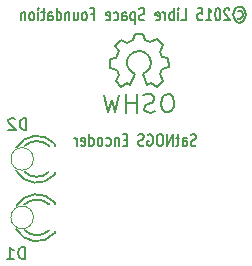
<source format=gbr>
G04 #@! TF.FileFunction,Legend,Bot*
%FSLAX46Y46*%
G04 Gerber Fmt 4.6, Leading zero omitted, Abs format (unit mm)*
G04 Created by KiCad (PCBNEW 0.201509101502+6177~30~ubuntu14.04.1-product) date Παρ 18 Σεπ 2015 07:16:07 μμ EEST*
%MOMM*%
G01*
G04 APERTURE LIST*
%ADD10C,0.100000*%
%ADD11C,0.150000*%
G04 APERTURE END LIST*
D10*
D11*
X147302220Y-101495860D02*
X146941540Y-102966520D01*
X146941540Y-102966520D02*
X146662140Y-101904800D01*
X146662140Y-101904800D02*
X146352260Y-102976680D01*
X146352260Y-102976680D02*
X146011900Y-101526340D01*
X148722080Y-102186740D02*
X147932140Y-102176580D01*
X147932140Y-102176580D02*
X147921980Y-102186740D01*
X147921980Y-102186740D02*
X147921980Y-102176580D01*
X147881340Y-101465380D02*
X147881340Y-103007160D01*
X148770340Y-101455220D02*
X148770340Y-103024940D01*
X148770340Y-103024940D02*
X148760180Y-103014780D01*
X149321520Y-101556820D02*
X149672040Y-101475540D01*
X149672040Y-101475540D02*
X149992080Y-101465380D01*
X149992080Y-101465380D02*
X150230840Y-101666040D01*
X150230840Y-101666040D02*
X150261320Y-101935280D01*
X150261320Y-101935280D02*
X150020020Y-102176580D01*
X150020020Y-102176580D02*
X149631400Y-102306120D01*
X149631400Y-102306120D02*
X149451060Y-102466140D01*
X149451060Y-102466140D02*
X149410420Y-102765860D01*
X149410420Y-102765860D02*
X149641560Y-102986840D01*
X149641560Y-102986840D02*
X149961600Y-103014780D01*
X149961600Y-103014780D02*
X150312120Y-102905560D01*
X151350980Y-101455220D02*
X151599900Y-101475540D01*
X151599900Y-101475540D02*
X151841200Y-101716840D01*
X151841200Y-101716840D02*
X151930100Y-102207060D01*
X151930100Y-102207060D02*
X151902160Y-102555040D01*
X151902160Y-102555040D02*
X151701500Y-102875080D01*
X151701500Y-102875080D02*
X151450040Y-102997000D01*
X151450040Y-102997000D02*
X151140160Y-102925880D01*
X151140160Y-102925880D02*
X150921720Y-102745540D01*
X150921720Y-102745540D02*
X150850600Y-102285800D01*
X150850600Y-102285800D02*
X150901400Y-101876860D01*
X150901400Y-101876860D02*
X151010620Y-101594920D01*
X151010620Y-101594920D02*
X151371300Y-101465380D01*
X150751540Y-99735640D02*
X151010620Y-100296980D01*
X151010620Y-100296980D02*
X150472140Y-100815140D01*
X150472140Y-100815140D02*
X149951440Y-100545900D01*
X149951440Y-100545900D02*
X149672040Y-100705920D01*
X148231860Y-100685600D02*
X147901660Y-100495100D01*
X147901660Y-100495100D02*
X147462240Y-100825300D01*
X147462240Y-100825300D02*
X146989800Y-100335080D01*
X146989800Y-100335080D02*
X147271740Y-99855020D01*
X147271740Y-99855020D02*
X147081240Y-99385120D01*
X147081240Y-99385120D02*
X146471640Y-99197160D01*
X146471640Y-99197160D02*
X146471640Y-98516440D01*
X146471640Y-98516440D02*
X147030440Y-98376740D01*
X147030440Y-98376740D02*
X147231100Y-97805240D01*
X147231100Y-97805240D02*
X146961860Y-97335340D01*
X146961860Y-97335340D02*
X147431760Y-96824800D01*
X147431760Y-96824800D02*
X147949920Y-97086420D01*
X147949920Y-97086420D02*
X148419820Y-96885760D01*
X148419820Y-96885760D02*
X148590000Y-96344740D01*
X148590000Y-96344740D02*
X149280880Y-96326960D01*
X149280880Y-96326960D02*
X149491700Y-96875600D01*
X149491700Y-96875600D02*
X149910800Y-97045780D01*
X149910800Y-97045780D02*
X150461980Y-96776540D01*
X150461980Y-96776540D02*
X150980140Y-97304860D01*
X150980140Y-97304860D02*
X150731220Y-97845880D01*
X150731220Y-97845880D02*
X150901400Y-98325940D01*
X150901400Y-98325940D02*
X151450040Y-98425000D01*
X151450040Y-98425000D02*
X151460200Y-99126040D01*
X151460200Y-99126040D02*
X150901400Y-99326700D01*
X150901400Y-99326700D02*
X150761700Y-99725480D01*
X148620480Y-99705160D02*
X148320760Y-99555300D01*
X148320760Y-99555300D02*
X148120100Y-99357180D01*
X148120100Y-99357180D02*
X147970240Y-98955860D01*
X147970240Y-98955860D02*
X147970240Y-98557080D01*
X147970240Y-98557080D02*
X148120100Y-98206560D01*
X148120100Y-98206560D02*
X148572220Y-97856040D01*
X148572220Y-97856040D02*
X149021800Y-97805240D01*
X149021800Y-97805240D02*
X149420580Y-97906840D01*
X149420580Y-97906840D02*
X149821900Y-98254820D01*
X149821900Y-98254820D02*
X149971760Y-98706940D01*
X149971760Y-98706940D02*
X149920960Y-99204780D01*
X149920960Y-99204780D02*
X149672040Y-99507040D01*
X149672040Y-99507040D02*
X149321520Y-99705160D01*
X149321520Y-99705160D02*
X149672040Y-100705920D01*
X148620480Y-99705160D02*
X148221700Y-100705920D01*
X141804000Y-108248000D02*
X141804000Y-108048000D01*
X141804000Y-105654000D02*
X141804000Y-105834000D01*
X138576256Y-105964357D02*
G75*
G02X141804000Y-105648000I1727744J-1003643D01*
G01*
X139251994Y-105834932D02*
G75*
G02X141355000Y-105834000I1052006J-1133068D01*
G01*
X141791220Y-108274726D02*
G75*
G02X138554000Y-107928000I-1497220J1306726D01*
G01*
X141317889Y-108047253D02*
G75*
G02X139270000Y-108028000I-1013889J1079253D01*
G01*
X141804000Y-113201000D02*
X141804000Y-113001000D01*
X141804000Y-110607000D02*
X141804000Y-110787000D01*
X138576256Y-110917357D02*
G75*
G02X141804000Y-110601000I1727744J-1003643D01*
G01*
X139251994Y-110787932D02*
G75*
G02X141355000Y-110787000I1052006J-1133068D01*
G01*
X141791220Y-113227726D02*
G75*
G02X138554000Y-112881000I-1497220J1306726D01*
G01*
X141317889Y-113000253D02*
G75*
G02X139270000Y-112981000I-1013889J1079253D01*
G01*
D10*
X140015000Y-106934000D02*
G75*
G03X140015000Y-106934000I-950000J0D01*
G01*
X140015000Y-111887000D02*
G75*
G03X140015000Y-111887000I-950000J0D01*
G01*
D11*
X157301098Y-94432476D02*
X157377288Y-94384857D01*
X157529669Y-94384857D01*
X157605860Y-94432476D01*
X157682050Y-94527714D01*
X157720145Y-94622952D01*
X157720145Y-94813429D01*
X157682050Y-94908667D01*
X157605860Y-95003905D01*
X157529669Y-95051524D01*
X157377288Y-95051524D01*
X157301098Y-95003905D01*
X157453479Y-94051524D02*
X157643955Y-94099143D01*
X157834431Y-94242000D01*
X157948717Y-94480095D01*
X157986812Y-94718190D01*
X157948717Y-94956286D01*
X157834431Y-95194381D01*
X157643955Y-95337238D01*
X157453479Y-95384857D01*
X157263003Y-95337238D01*
X157072526Y-95194381D01*
X156958241Y-94956286D01*
X156920145Y-94718190D01*
X156958241Y-94480095D01*
X157072526Y-94242000D01*
X157263003Y-94099143D01*
X157453479Y-94051524D01*
X156615383Y-94289619D02*
X156577288Y-94242000D01*
X156501097Y-94194381D01*
X156310621Y-94194381D01*
X156234431Y-94242000D01*
X156196335Y-94289619D01*
X156158240Y-94384857D01*
X156158240Y-94480095D01*
X156196335Y-94622952D01*
X156653478Y-95194381D01*
X156158240Y-95194381D01*
X155663002Y-94194381D02*
X155586811Y-94194381D01*
X155510621Y-94242000D01*
X155472526Y-94289619D01*
X155434430Y-94384857D01*
X155396335Y-94575333D01*
X155396335Y-94813429D01*
X155434430Y-95003905D01*
X155472526Y-95099143D01*
X155510621Y-95146762D01*
X155586811Y-95194381D01*
X155663002Y-95194381D01*
X155739192Y-95146762D01*
X155777288Y-95099143D01*
X155815383Y-95003905D01*
X155853478Y-94813429D01*
X155853478Y-94575333D01*
X155815383Y-94384857D01*
X155777288Y-94289619D01*
X155739192Y-94242000D01*
X155663002Y-94194381D01*
X154634430Y-95194381D02*
X155091573Y-95194381D01*
X154863002Y-95194381D02*
X154863002Y-94194381D01*
X154939192Y-94337238D01*
X155015383Y-94432476D01*
X155091573Y-94480095D01*
X153910620Y-94194381D02*
X154291573Y-94194381D01*
X154329668Y-94670571D01*
X154291573Y-94622952D01*
X154215382Y-94575333D01*
X154024906Y-94575333D01*
X153948716Y-94622952D01*
X153910620Y-94670571D01*
X153872525Y-94765810D01*
X153872525Y-95003905D01*
X153910620Y-95099143D01*
X153948716Y-95146762D01*
X154024906Y-95194381D01*
X154215382Y-95194381D01*
X154291573Y-95146762D01*
X154329668Y-95099143D01*
X152539191Y-95194381D02*
X152920144Y-95194381D01*
X152920144Y-94194381D01*
X152272525Y-95194381D02*
X152272525Y-94527714D01*
X152272525Y-94194381D02*
X152310620Y-94242000D01*
X152272525Y-94289619D01*
X152234430Y-94242000D01*
X152272525Y-94194381D01*
X152272525Y-94289619D01*
X151891573Y-95194381D02*
X151891573Y-94194381D01*
X151891573Y-94575333D02*
X151815382Y-94527714D01*
X151663001Y-94527714D01*
X151586811Y-94575333D01*
X151548716Y-94622952D01*
X151510620Y-94718190D01*
X151510620Y-95003905D01*
X151548716Y-95099143D01*
X151586811Y-95146762D01*
X151663001Y-95194381D01*
X151815382Y-95194381D01*
X151891573Y-95146762D01*
X151167763Y-95194381D02*
X151167763Y-94527714D01*
X151167763Y-94718190D02*
X151129668Y-94622952D01*
X151091572Y-94575333D01*
X151015382Y-94527714D01*
X150939191Y-94527714D01*
X150367763Y-95146762D02*
X150443953Y-95194381D01*
X150596334Y-95194381D01*
X150672525Y-95146762D01*
X150710620Y-95051524D01*
X150710620Y-94670571D01*
X150672525Y-94575333D01*
X150596334Y-94527714D01*
X150443953Y-94527714D01*
X150367763Y-94575333D01*
X150329668Y-94670571D01*
X150329668Y-94765810D01*
X150710620Y-94861048D01*
X149415382Y-95146762D02*
X149301096Y-95194381D01*
X149110620Y-95194381D01*
X149034430Y-95146762D01*
X148996334Y-95099143D01*
X148958239Y-95003905D01*
X148958239Y-94908667D01*
X148996334Y-94813429D01*
X149034430Y-94765810D01*
X149110620Y-94718190D01*
X149263001Y-94670571D01*
X149339192Y-94622952D01*
X149377287Y-94575333D01*
X149415382Y-94480095D01*
X149415382Y-94384857D01*
X149377287Y-94289619D01*
X149339192Y-94242000D01*
X149263001Y-94194381D01*
X149072525Y-94194381D01*
X148958239Y-94242000D01*
X148615382Y-94527714D02*
X148615382Y-95527714D01*
X148615382Y-94575333D02*
X148539191Y-94527714D01*
X148386810Y-94527714D01*
X148310620Y-94575333D01*
X148272525Y-94622952D01*
X148234429Y-94718190D01*
X148234429Y-95003905D01*
X148272525Y-95099143D01*
X148310620Y-95146762D01*
X148386810Y-95194381D01*
X148539191Y-95194381D01*
X148615382Y-95146762D01*
X147548715Y-95194381D02*
X147548715Y-94670571D01*
X147586810Y-94575333D01*
X147663000Y-94527714D01*
X147815381Y-94527714D01*
X147891572Y-94575333D01*
X147548715Y-95146762D02*
X147624905Y-95194381D01*
X147815381Y-95194381D01*
X147891572Y-95146762D01*
X147929667Y-95051524D01*
X147929667Y-94956286D01*
X147891572Y-94861048D01*
X147815381Y-94813429D01*
X147624905Y-94813429D01*
X147548715Y-94765810D01*
X146824905Y-95146762D02*
X146901095Y-95194381D01*
X147053476Y-95194381D01*
X147129667Y-95146762D01*
X147167762Y-95099143D01*
X147205857Y-95003905D01*
X147205857Y-94718190D01*
X147167762Y-94622952D01*
X147129667Y-94575333D01*
X147053476Y-94527714D01*
X146901095Y-94527714D01*
X146824905Y-94575333D01*
X146177286Y-95146762D02*
X146253476Y-95194381D01*
X146405857Y-95194381D01*
X146482048Y-95146762D01*
X146520143Y-95051524D01*
X146520143Y-94670571D01*
X146482048Y-94575333D01*
X146405857Y-94527714D01*
X146253476Y-94527714D01*
X146177286Y-94575333D01*
X146139191Y-94670571D01*
X146139191Y-94765810D01*
X146520143Y-94861048D01*
X144920143Y-94670571D02*
X145186810Y-94670571D01*
X145186810Y-95194381D02*
X145186810Y-94194381D01*
X144805857Y-94194381D01*
X144386810Y-95194381D02*
X144463001Y-95146762D01*
X144501096Y-95099143D01*
X144539191Y-95003905D01*
X144539191Y-94718190D01*
X144501096Y-94622952D01*
X144463001Y-94575333D01*
X144386810Y-94527714D01*
X144272524Y-94527714D01*
X144196334Y-94575333D01*
X144158239Y-94622952D01*
X144120143Y-94718190D01*
X144120143Y-95003905D01*
X144158239Y-95099143D01*
X144196334Y-95146762D01*
X144272524Y-95194381D01*
X144386810Y-95194381D01*
X143434429Y-94527714D02*
X143434429Y-95194381D01*
X143777286Y-94527714D02*
X143777286Y-95051524D01*
X143739191Y-95146762D01*
X143663000Y-95194381D01*
X143548714Y-95194381D01*
X143472524Y-95146762D01*
X143434429Y-95099143D01*
X143053476Y-94527714D02*
X143053476Y-95194381D01*
X143053476Y-94622952D02*
X143015381Y-94575333D01*
X142939190Y-94527714D01*
X142824904Y-94527714D01*
X142748714Y-94575333D01*
X142710619Y-94670571D01*
X142710619Y-95194381D01*
X141986809Y-95194381D02*
X141986809Y-94194381D01*
X141986809Y-95146762D02*
X142062999Y-95194381D01*
X142215380Y-95194381D01*
X142291571Y-95146762D01*
X142329666Y-95099143D01*
X142367761Y-95003905D01*
X142367761Y-94718190D01*
X142329666Y-94622952D01*
X142291571Y-94575333D01*
X142215380Y-94527714D01*
X142062999Y-94527714D01*
X141986809Y-94575333D01*
X141262999Y-95194381D02*
X141262999Y-94670571D01*
X141301094Y-94575333D01*
X141377284Y-94527714D01*
X141529665Y-94527714D01*
X141605856Y-94575333D01*
X141262999Y-95146762D02*
X141339189Y-95194381D01*
X141529665Y-95194381D01*
X141605856Y-95146762D01*
X141643951Y-95051524D01*
X141643951Y-94956286D01*
X141605856Y-94861048D01*
X141529665Y-94813429D01*
X141339189Y-94813429D01*
X141262999Y-94765810D01*
X140996332Y-94527714D02*
X140691570Y-94527714D01*
X140882046Y-94194381D02*
X140882046Y-95051524D01*
X140843951Y-95146762D01*
X140767760Y-95194381D01*
X140691570Y-95194381D01*
X140424903Y-95194381D02*
X140424903Y-94527714D01*
X140424903Y-94194381D02*
X140462998Y-94242000D01*
X140424903Y-94289619D01*
X140386808Y-94242000D01*
X140424903Y-94194381D01*
X140424903Y-94289619D01*
X139929665Y-95194381D02*
X140005856Y-95146762D01*
X140043951Y-95099143D01*
X140082046Y-95003905D01*
X140082046Y-94718190D01*
X140043951Y-94622952D01*
X140005856Y-94575333D01*
X139929665Y-94527714D01*
X139815379Y-94527714D01*
X139739189Y-94575333D01*
X139701094Y-94622952D01*
X139662998Y-94718190D01*
X139662998Y-95003905D01*
X139701094Y-95099143D01*
X139739189Y-95146762D01*
X139815379Y-95194381D01*
X139929665Y-95194381D01*
X139320141Y-94527714D02*
X139320141Y-95194381D01*
X139320141Y-94622952D02*
X139282046Y-94575333D01*
X139205855Y-94527714D01*
X139091569Y-94527714D01*
X139015379Y-94575333D01*
X138977284Y-94670571D01*
X138977284Y-95194381D01*
X153784930Y-105771582D02*
X153670644Y-105819201D01*
X153480168Y-105819201D01*
X153403978Y-105771582D01*
X153365882Y-105723963D01*
X153327787Y-105628725D01*
X153327787Y-105533487D01*
X153365882Y-105438249D01*
X153403978Y-105390630D01*
X153480168Y-105343010D01*
X153632549Y-105295391D01*
X153708740Y-105247772D01*
X153746835Y-105200153D01*
X153784930Y-105104915D01*
X153784930Y-105009677D01*
X153746835Y-104914439D01*
X153708740Y-104866820D01*
X153632549Y-104819201D01*
X153442073Y-104819201D01*
X153327787Y-104866820D01*
X152642073Y-105819201D02*
X152642073Y-105295391D01*
X152680168Y-105200153D01*
X152756358Y-105152534D01*
X152908739Y-105152534D01*
X152984930Y-105200153D01*
X152642073Y-105771582D02*
X152718263Y-105819201D01*
X152908739Y-105819201D01*
X152984930Y-105771582D01*
X153023025Y-105676344D01*
X153023025Y-105581106D01*
X152984930Y-105485868D01*
X152908739Y-105438249D01*
X152718263Y-105438249D01*
X152642073Y-105390630D01*
X152375406Y-105152534D02*
X152070644Y-105152534D01*
X152261120Y-104819201D02*
X152261120Y-105676344D01*
X152223025Y-105771582D01*
X152146834Y-105819201D01*
X152070644Y-105819201D01*
X151803977Y-105819201D02*
X151803977Y-104819201D01*
X151346834Y-105819201D01*
X151346834Y-104819201D01*
X150813501Y-104819201D02*
X150661120Y-104819201D01*
X150584929Y-104866820D01*
X150508739Y-104962058D01*
X150470644Y-105152534D01*
X150470644Y-105485868D01*
X150508739Y-105676344D01*
X150584929Y-105771582D01*
X150661120Y-105819201D01*
X150813501Y-105819201D01*
X150889691Y-105771582D01*
X150965882Y-105676344D01*
X151003977Y-105485868D01*
X151003977Y-105152534D01*
X150965882Y-104962058D01*
X150889691Y-104866820D01*
X150813501Y-104819201D01*
X149708739Y-104866820D02*
X149784930Y-104819201D01*
X149899215Y-104819201D01*
X150013501Y-104866820D01*
X150089692Y-104962058D01*
X150127787Y-105057296D01*
X150165882Y-105247772D01*
X150165882Y-105390630D01*
X150127787Y-105581106D01*
X150089692Y-105676344D01*
X150013501Y-105771582D01*
X149899215Y-105819201D01*
X149823025Y-105819201D01*
X149708739Y-105771582D01*
X149670644Y-105723963D01*
X149670644Y-105390630D01*
X149823025Y-105390630D01*
X149365882Y-105771582D02*
X149251596Y-105819201D01*
X149061120Y-105819201D01*
X148984930Y-105771582D01*
X148946834Y-105723963D01*
X148908739Y-105628725D01*
X148908739Y-105533487D01*
X148946834Y-105438249D01*
X148984930Y-105390630D01*
X149061120Y-105343010D01*
X149213501Y-105295391D01*
X149289692Y-105247772D01*
X149327787Y-105200153D01*
X149365882Y-105104915D01*
X149365882Y-105009677D01*
X149327787Y-104914439D01*
X149289692Y-104866820D01*
X149213501Y-104819201D01*
X149023025Y-104819201D01*
X148908739Y-104866820D01*
X147956358Y-105295391D02*
X147689691Y-105295391D01*
X147575405Y-105819201D02*
X147956358Y-105819201D01*
X147956358Y-104819201D01*
X147575405Y-104819201D01*
X147232548Y-105152534D02*
X147232548Y-105819201D01*
X147232548Y-105247772D02*
X147194453Y-105200153D01*
X147118262Y-105152534D01*
X147003976Y-105152534D01*
X146927786Y-105200153D01*
X146889691Y-105295391D01*
X146889691Y-105819201D01*
X146165881Y-105771582D02*
X146242071Y-105819201D01*
X146394452Y-105819201D01*
X146470643Y-105771582D01*
X146508738Y-105723963D01*
X146546833Y-105628725D01*
X146546833Y-105343010D01*
X146508738Y-105247772D01*
X146470643Y-105200153D01*
X146394452Y-105152534D01*
X146242071Y-105152534D01*
X146165881Y-105200153D01*
X145708738Y-105819201D02*
X145784929Y-105771582D01*
X145823024Y-105723963D01*
X145861119Y-105628725D01*
X145861119Y-105343010D01*
X145823024Y-105247772D01*
X145784929Y-105200153D01*
X145708738Y-105152534D01*
X145594452Y-105152534D01*
X145518262Y-105200153D01*
X145480167Y-105247772D01*
X145442071Y-105343010D01*
X145442071Y-105628725D01*
X145480167Y-105723963D01*
X145518262Y-105771582D01*
X145594452Y-105819201D01*
X145708738Y-105819201D01*
X144756357Y-105819201D02*
X144756357Y-104819201D01*
X144756357Y-105771582D02*
X144832547Y-105819201D01*
X144984928Y-105819201D01*
X145061119Y-105771582D01*
X145099214Y-105723963D01*
X145137309Y-105628725D01*
X145137309Y-105343010D01*
X145099214Y-105247772D01*
X145061119Y-105200153D01*
X144984928Y-105152534D01*
X144832547Y-105152534D01*
X144756357Y-105200153D01*
X144070642Y-105771582D02*
X144146832Y-105819201D01*
X144299213Y-105819201D01*
X144375404Y-105771582D01*
X144413499Y-105676344D01*
X144413499Y-105295391D01*
X144375404Y-105200153D01*
X144299213Y-105152534D01*
X144146832Y-105152534D01*
X144070642Y-105200153D01*
X144032547Y-105295391D01*
X144032547Y-105390630D01*
X144413499Y-105485868D01*
X143689690Y-105819201D02*
X143689690Y-105152534D01*
X143689690Y-105343010D02*
X143651595Y-105247772D01*
X143613499Y-105200153D01*
X143537309Y-105152534D01*
X143461118Y-105152534D01*
X139295095Y-115387381D02*
X139295095Y-114387381D01*
X139057000Y-114387381D01*
X138914142Y-114435000D01*
X138818904Y-114530238D01*
X138771285Y-114625476D01*
X138723666Y-114815952D01*
X138723666Y-114958810D01*
X138771285Y-115149286D01*
X138818904Y-115244524D01*
X138914142Y-115339762D01*
X139057000Y-115387381D01*
X139295095Y-115387381D01*
X137771285Y-115387381D02*
X138342714Y-115387381D01*
X138057000Y-115387381D02*
X138057000Y-114387381D01*
X138152238Y-114530238D01*
X138247476Y-114625476D01*
X138342714Y-114673095D01*
X139422095Y-104465381D02*
X139422095Y-103465381D01*
X139184000Y-103465381D01*
X139041142Y-103513000D01*
X138945904Y-103608238D01*
X138898285Y-103703476D01*
X138850666Y-103893952D01*
X138850666Y-104036810D01*
X138898285Y-104227286D01*
X138945904Y-104322524D01*
X139041142Y-104417762D01*
X139184000Y-104465381D01*
X139422095Y-104465381D01*
X138469714Y-103560619D02*
X138422095Y-103513000D01*
X138326857Y-103465381D01*
X138088761Y-103465381D01*
X137993523Y-103513000D01*
X137945904Y-103560619D01*
X137898285Y-103655857D01*
X137898285Y-103751095D01*
X137945904Y-103893952D01*
X138517333Y-104465381D01*
X137898285Y-104465381D01*
M02*

</source>
